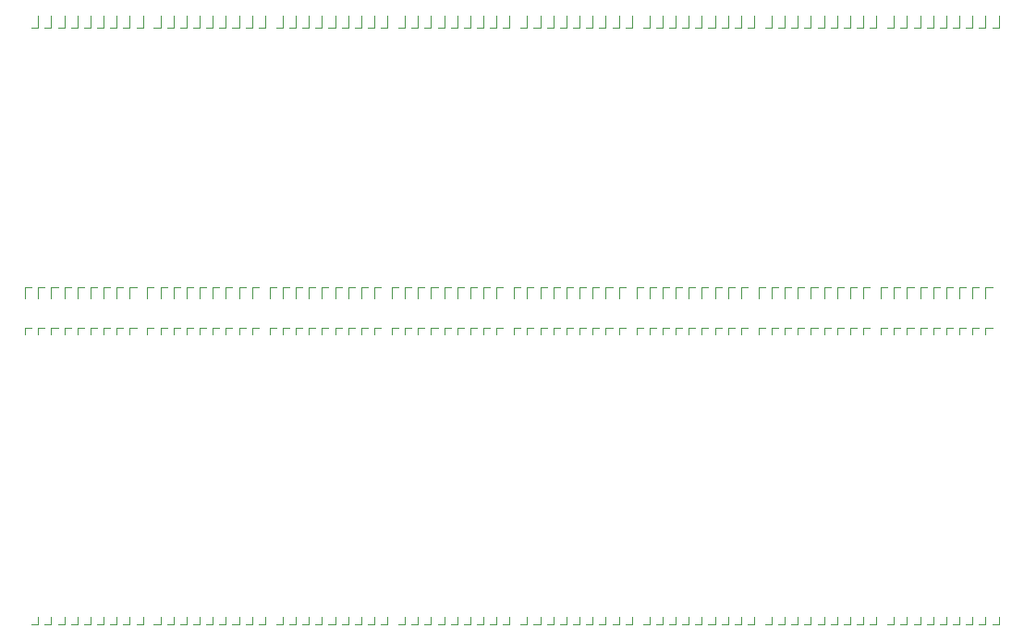
<source format=gbo>
G04 #@! TF.GenerationSoftware,KiCad,Pcbnew,(6.0.2-0)*
G04 #@! TF.CreationDate,2022-08-25T13:36:14+02:00*
G04 #@! TF.ProjectId,nixie,6e697869-652e-46b6-9963-61645f706362,rev?*
G04 #@! TF.SameCoordinates,Original*
G04 #@! TF.FileFunction,Legend,Bot*
G04 #@! TF.FilePolarity,Positive*
%FSLAX46Y46*%
G04 Gerber Fmt 4.6, Leading zero omitted, Abs format (unit mm)*
G04 Created by KiCad (PCBNEW (6.0.2-0)) date 2022-08-25 13:36:14*
%MOMM*%
%LPD*%
G01*
G04 APERTURE LIST*
%ADD10C,0.120000*%
G04 APERTURE END LIST*
D10*
G04 #@! TO.C,CH124*
X101900000Y-70200000D02*
X101900000Y-69550000D01*
X101900000Y-70200000D02*
X101300000Y-70200000D01*
G04 #@! TO.C,CH52*
X57100000Y-70200000D02*
X56500000Y-70200000D01*
X57100000Y-70200000D02*
X57100000Y-69550000D01*
G04 #@! TO.C,CH27*
X26300000Y-43000000D02*
X26900000Y-43000000D01*
X26300000Y-43000000D02*
X26300000Y-43650000D01*
G04 #@! TO.C,CH83*
X73500000Y-70200000D02*
X73500000Y-69550000D01*
X73500000Y-70200000D02*
X72900000Y-70200000D01*
G04 #@! TO.C,CH77*
X65900000Y-70200000D02*
X65900000Y-69550000D01*
X65900000Y-70200000D02*
X65300000Y-70200000D01*
G04 #@! TO.C,CH75*
X63500000Y-70200000D02*
X62900000Y-70200000D01*
X63500000Y-70200000D02*
X63500000Y-69550000D01*
G04 #@! TO.C,CH62*
X49900000Y-43000000D02*
X50500000Y-43000000D01*
X49900000Y-43000000D02*
X49900000Y-43650000D01*
G04 #@! TO.C,CH117*
X93100000Y-70200000D02*
X92500000Y-70200000D01*
X93100000Y-70200000D02*
X93100000Y-69550000D01*
G04 #@! TO.C,CH118*
X94700000Y-70200000D02*
X94100000Y-70200000D01*
X94700000Y-70200000D02*
X94700000Y-69550000D01*
G04 #@! TO.C,CH11*
X28700000Y-70200000D02*
X28100000Y-70200000D01*
X28700000Y-70200000D02*
X28700000Y-69550000D01*
G04 #@! TO.C,CH36*
X15100000Y-43000000D02*
X15700000Y-43000000D01*
X15100000Y-43000000D02*
X15100000Y-43650000D01*
G04 #@! TO.C,CH54*
X59500000Y-70200000D02*
X58900000Y-70200000D01*
X59500000Y-70200000D02*
X59500000Y-69550000D01*
G04 #@! TO.C,CH84*
X74700000Y-70200000D02*
X74100000Y-70200000D01*
X74700000Y-70200000D02*
X74700000Y-69550000D01*
G04 #@! TO.C,CH87*
X78300000Y-70200000D02*
X77700000Y-70200000D01*
X78300000Y-70200000D02*
X78300000Y-69550000D01*
G04 #@! TO.C,CH107*
X61100000Y-43000000D02*
X61100000Y-43650000D01*
X61100000Y-43000000D02*
X61700000Y-43000000D01*
G04 #@! TO.C,CH40*
X42300000Y-70200000D02*
X42300000Y-69550000D01*
X42300000Y-70200000D02*
X41700000Y-70200000D01*
G04 #@! TO.C,CH81*
X70700000Y-70200000D02*
X70100000Y-70200000D01*
X70700000Y-70200000D02*
X70700000Y-69550000D01*
G04 #@! TO.C,CH132*
X97100000Y-43000000D02*
X97100000Y-43650000D01*
X97100000Y-43000000D02*
X97700000Y-43000000D01*
G04 #@! TO.C,CH122*
X99500000Y-70200000D02*
X99500000Y-69550000D01*
X99500000Y-70200000D02*
X98900000Y-70200000D01*
G04 #@! TO.C,CH37*
X38700000Y-70200000D02*
X38100000Y-70200000D01*
X38700000Y-70200000D02*
X38700000Y-69550000D01*
G04 #@! TO.C,CH28*
X24700000Y-43000000D02*
X25300000Y-43000000D01*
X24700000Y-43000000D02*
X24700000Y-43650000D01*
G04 #@! TO.C,CH48*
X52300000Y-70200000D02*
X51700000Y-70200000D01*
X52300000Y-70200000D02*
X52300000Y-69550000D01*
G04 #@! TO.C,CH105*
X63500000Y-43000000D02*
X63500000Y-43650000D01*
X63500000Y-43000000D02*
X64100000Y-43000000D01*
G04 #@! TO.C,CH131*
X98300000Y-43000000D02*
X98900000Y-43000000D01*
X98300000Y-43000000D02*
X98300000Y-43650000D01*
G04 #@! TO.C,CH57*
X55900000Y-43000000D02*
X55900000Y-43650000D01*
X55900000Y-43000000D02*
X56500000Y-43000000D01*
G04 #@! TO.C,CH98*
X72300000Y-43000000D02*
X72300000Y-43650000D01*
X72300000Y-43000000D02*
X72900000Y-43000000D01*
G04 #@! TO.C,CH73*
X61100000Y-70200000D02*
X61100000Y-69550000D01*
X61100000Y-70200000D02*
X60500000Y-70200000D01*
G04 #@! TO.C,CH92*
X79500000Y-43000000D02*
X79500000Y-43650000D01*
X79500000Y-43000000D02*
X80100000Y-43000000D01*
G04 #@! TO.C,CH31*
X21100000Y-43000000D02*
X21700000Y-43000000D01*
X21100000Y-43000000D02*
X21100000Y-43650000D01*
G04 #@! TO.C,CH38*
X39900000Y-70200000D02*
X39300000Y-70200000D01*
X39900000Y-70200000D02*
X39900000Y-69550000D01*
G04 #@! TO.C,CH103*
X65900000Y-43000000D02*
X65900000Y-43650000D01*
X65900000Y-43000000D02*
X66500000Y-43000000D01*
G04 #@! TO.C,CH106*
X62300000Y-43000000D02*
X62300000Y-43650000D01*
X62300000Y-43000000D02*
X62900000Y-43000000D01*
G04 #@! TO.C,CH5*
X21100000Y-70200000D02*
X21100000Y-69550000D01*
X21100000Y-70200000D02*
X20500000Y-70200000D01*
G04 #@! TO.C,CH82*
X72300000Y-70200000D02*
X71700000Y-70200000D01*
X72300000Y-70200000D02*
X72300000Y-69550000D01*
G04 #@! TO.C,CH9*
X25900000Y-70200000D02*
X25300000Y-70200000D01*
X25900000Y-70200000D02*
X25900000Y-69550000D01*
G04 #@! TO.C,CH89*
X80700000Y-70200000D02*
X80100000Y-70200000D01*
X80700000Y-70200000D02*
X80700000Y-69550000D01*
G04 #@! TO.C,CH126*
X104300000Y-70200000D02*
X103700000Y-70200000D01*
X104300000Y-70200000D02*
X104300000Y-69550000D01*
G04 #@! TO.C,CH7*
X23500000Y-70200000D02*
X22900000Y-70200000D01*
X23500000Y-70200000D02*
X23500000Y-69550000D01*
G04 #@! TO.C,CH13*
X31100000Y-70200000D02*
X30500000Y-70200000D01*
X31100000Y-70200000D02*
X31100000Y-69550000D01*
G04 #@! TO.C,CH86*
X77100000Y-70200000D02*
X76500000Y-70200000D01*
X77100000Y-70200000D02*
X77100000Y-69550000D01*
G04 #@! TO.C,CH95*
X75900000Y-43000000D02*
X75900000Y-43650000D01*
X75900000Y-43000000D02*
X76500000Y-43000000D01*
G04 #@! TO.C,CH19*
X35900000Y-43000000D02*
X35900000Y-43650000D01*
X35900000Y-43000000D02*
X36500000Y-43000000D01*
G04 #@! TO.C,CH25*
X28700000Y-43000000D02*
X29300000Y-43000000D01*
X28700000Y-43000000D02*
X28700000Y-43650000D01*
G04 #@! TO.C,CH137*
X90700000Y-43000000D02*
X91300000Y-43000000D01*
X90700000Y-43000000D02*
X90700000Y-43650000D01*
G04 #@! TO.C,CH12*
X29900000Y-70200000D02*
X29900000Y-69550000D01*
X29900000Y-70200000D02*
X29300000Y-70200000D01*
G04 #@! TO.C,CH76*
X64700000Y-70200000D02*
X64700000Y-69550000D01*
X64700000Y-70200000D02*
X64100000Y-70200000D01*
G04 #@! TO.C,CH80*
X69500000Y-70200000D02*
X69500000Y-69550000D01*
X69500000Y-70200000D02*
X68900000Y-70200000D01*
G04 #@! TO.C,CH29*
X23500000Y-43000000D02*
X24100000Y-43000000D01*
X23500000Y-43000000D02*
X23500000Y-43650000D01*
G04 #@! TO.C,CH115*
X90700000Y-70200000D02*
X90700000Y-69550000D01*
X90700000Y-70200000D02*
X90100000Y-70200000D01*
G04 #@! TO.C,CH135*
X93500000Y-43000000D02*
X93500000Y-43650000D01*
X93500000Y-43000000D02*
X94100000Y-43000000D01*
G04 #@! TO.C,CH26*
X27500000Y-43000000D02*
X27500000Y-43650000D01*
X27500000Y-43000000D02*
X28100000Y-43000000D01*
G04 #@! TO.C,CH20*
X34700000Y-43000000D02*
X34700000Y-43650000D01*
X34700000Y-43000000D02*
X35300000Y-43000000D01*
G04 #@! TO.C,CH2*
X17500000Y-70200000D02*
X16900000Y-70200000D01*
X17500000Y-70200000D02*
X17500000Y-69550000D01*
G04 #@! TO.C,CH119*
X95900000Y-70200000D02*
X95300000Y-70200000D01*
X95900000Y-70200000D02*
X95900000Y-69550000D01*
G04 #@! TO.C,CH61*
X51100000Y-43000000D02*
X51100000Y-43650000D01*
X51100000Y-43000000D02*
X51700000Y-43000000D01*
G04 #@! TO.C,CH133*
X95900000Y-43000000D02*
X95900000Y-43650000D01*
X95900000Y-43000000D02*
X96500000Y-43000000D01*
G04 #@! TO.C,CH79*
X68300000Y-70200000D02*
X68300000Y-69550000D01*
X68300000Y-70200000D02*
X67700000Y-70200000D01*
G04 #@! TO.C,CH63*
X48700000Y-43000000D02*
X49300000Y-43000000D01*
X48700000Y-43000000D02*
X48700000Y-43650000D01*
G04 #@! TO.C,CH53*
X58300000Y-70200000D02*
X58300000Y-69550000D01*
X58300000Y-70200000D02*
X57700000Y-70200000D01*
G04 #@! TO.C,CH41*
X43500000Y-70200000D02*
X42900000Y-70200000D01*
X43500000Y-70200000D02*
X43500000Y-69550000D01*
G04 #@! TO.C,CH21*
X33500000Y-43000000D02*
X33500000Y-43650000D01*
X33500000Y-43000000D02*
X34100000Y-43000000D01*
G04 #@! TO.C,CH65*
X45900000Y-43000000D02*
X45900000Y-43650000D01*
X45900000Y-43000000D02*
X46500000Y-43000000D01*
G04 #@! TO.C,CH104*
X64700000Y-43000000D02*
X65300000Y-43000000D01*
X64700000Y-43000000D02*
X64700000Y-43650000D01*
G04 #@! TO.C,CH47*
X51100000Y-70200000D02*
X51100000Y-69550000D01*
X51100000Y-70200000D02*
X50500000Y-70200000D01*
G04 #@! TO.C,CH102*
X67100000Y-43000000D02*
X67100000Y-43650000D01*
X67100000Y-43000000D02*
X67700000Y-43000000D01*
G04 #@! TO.C,CH23*
X31100000Y-43000000D02*
X31100000Y-43650000D01*
X31100000Y-43000000D02*
X31700000Y-43000000D01*
G04 #@! TO.C,CH46*
X49900000Y-70200000D02*
X49300000Y-70200000D01*
X49900000Y-70200000D02*
X49900000Y-69550000D01*
G04 #@! TO.C,CH111*
X85900000Y-70200000D02*
X85900000Y-69550000D01*
X85900000Y-70200000D02*
X85300000Y-70200000D01*
G04 #@! TO.C,CH64*
X47100000Y-43000000D02*
X47100000Y-43650000D01*
X47100000Y-43000000D02*
X47700000Y-43000000D01*
G04 #@! TO.C,CH93*
X78300000Y-43000000D02*
X78300000Y-43650000D01*
X78300000Y-43000000D02*
X78900000Y-43000000D01*
G04 #@! TO.C,CH134*
X94700000Y-43000000D02*
X95300000Y-43000000D01*
X94700000Y-43000000D02*
X94700000Y-43650000D01*
G04 #@! TO.C,CH116*
X91900000Y-70200000D02*
X91300000Y-70200000D01*
X91900000Y-70200000D02*
X91900000Y-69550000D01*
G04 #@! TO.C,CH17*
X35900000Y-70200000D02*
X35300000Y-70200000D01*
X35900000Y-70200000D02*
X35900000Y-69550000D01*
G04 #@! TO.C,CH74*
X62300000Y-70200000D02*
X61700000Y-70200000D01*
X62300000Y-70200000D02*
X62300000Y-69550000D01*
G04 #@! TO.C,CH59*
X53500000Y-43000000D02*
X53500000Y-43650000D01*
X53500000Y-43000000D02*
X54100000Y-43000000D01*
G04 #@! TO.C,CH97*
X73500000Y-43000000D02*
X74100000Y-43000000D01*
X73500000Y-43000000D02*
X73500000Y-43650000D01*
G04 #@! TO.C,CH100*
X69500000Y-43000000D02*
X69500000Y-43650000D01*
X69500000Y-43000000D02*
X70100000Y-43000000D01*
G04 #@! TO.C,CH30*
X22300000Y-43000000D02*
X22900000Y-43000000D01*
X22300000Y-43000000D02*
X22300000Y-43650000D01*
G04 #@! TO.C,CH42*
X44700000Y-70200000D02*
X44700000Y-69550000D01*
X44700000Y-70200000D02*
X44100000Y-70200000D01*
G04 #@! TO.C,CH125*
X103100000Y-70200000D02*
X102500000Y-70200000D01*
X103100000Y-70200000D02*
X103100000Y-69550000D01*
G04 #@! TO.C,CH90*
X81900000Y-70200000D02*
X81300000Y-70200000D01*
X81900000Y-70200000D02*
X81900000Y-69550000D01*
G04 #@! TO.C,CH108*
X59900000Y-43000000D02*
X59900000Y-43650000D01*
X59900000Y-43000000D02*
X60500000Y-43000000D01*
G04 #@! TO.C,CH49*
X53500000Y-70200000D02*
X52900000Y-70200000D01*
X53500000Y-70200000D02*
X53500000Y-69550000D01*
G04 #@! TO.C,CH6*
X22300000Y-70200000D02*
X21700000Y-70200000D01*
X22300000Y-70200000D02*
X22300000Y-69550000D01*
G04 #@! TO.C,CH109*
X83500000Y-70200000D02*
X83500000Y-69550000D01*
X83500000Y-70200000D02*
X82900000Y-70200000D01*
G04 #@! TO.C,CH144*
X82300000Y-43000000D02*
X82900000Y-43000000D01*
X82300000Y-43000000D02*
X82300000Y-43650000D01*
G04 #@! TO.C,CH68*
X42300000Y-43000000D02*
X42900000Y-43000000D01*
X42300000Y-43000000D02*
X42300000Y-43650000D01*
G04 #@! TO.C,CH39*
X41100000Y-70200000D02*
X41100000Y-69550000D01*
X41100000Y-70200000D02*
X40500000Y-70200000D01*
G04 #@! TO.C,CH78*
X67100000Y-70200000D02*
X66500000Y-70200000D01*
X67100000Y-70200000D02*
X67100000Y-69550000D01*
G04 #@! TO.C,CH33*
X18700000Y-43000000D02*
X18700000Y-43650000D01*
X18700000Y-43000000D02*
X19300000Y-43000000D01*
G04 #@! TO.C,CH70*
X39900000Y-43000000D02*
X40500000Y-43000000D01*
X39900000Y-43000000D02*
X39900000Y-43650000D01*
G04 #@! TO.C,CH140*
X87100000Y-43000000D02*
X87100000Y-43650000D01*
X87100000Y-43000000D02*
X87700000Y-43000000D01*
G04 #@! TO.C,CH136*
X91900000Y-43000000D02*
X91900000Y-43650000D01*
X91900000Y-43000000D02*
X92500000Y-43000000D01*
G04 #@! TO.C,CH113*
X88300000Y-70200000D02*
X87700000Y-70200000D01*
X88300000Y-70200000D02*
X88300000Y-69550000D01*
G04 #@! TO.C,CH69*
X41100000Y-43000000D02*
X41700000Y-43000000D01*
X41100000Y-43000000D02*
X41100000Y-43650000D01*
G04 #@! TO.C,CH1*
X16300000Y-70200000D02*
X15700000Y-70200000D01*
X16300000Y-70200000D02*
X16300000Y-69550000D01*
G04 #@! TO.C,CH16*
X34700000Y-70200000D02*
X34100000Y-70200000D01*
X34700000Y-70200000D02*
X34700000Y-69550000D01*
G04 #@! TO.C,CH139*
X88300000Y-43000000D02*
X88900000Y-43000000D01*
X88300000Y-43000000D02*
X88300000Y-43650000D01*
G04 #@! TO.C,CH44*
X47100000Y-70200000D02*
X46500000Y-70200000D01*
X47100000Y-70200000D02*
X47100000Y-69550000D01*
G04 #@! TO.C,CH3*
X18700000Y-70200000D02*
X18100000Y-70200000D01*
X18700000Y-70200000D02*
X18700000Y-69550000D01*
G04 #@! TO.C,CH138*
X89500000Y-43000000D02*
X89500000Y-43650000D01*
X89500000Y-43000000D02*
X90100000Y-43000000D01*
G04 #@! TO.C,CH45*
X48300000Y-70200000D02*
X47700000Y-70200000D01*
X48300000Y-70200000D02*
X48300000Y-69550000D01*
G04 #@! TO.C,CH18*
X37100000Y-70200000D02*
X37100000Y-69550000D01*
X37100000Y-70200000D02*
X36500000Y-70200000D01*
G04 #@! TO.C,CH141*
X85900000Y-43000000D02*
X86500000Y-43000000D01*
X85900000Y-43000000D02*
X85900000Y-43650000D01*
G04 #@! TO.C,CH85*
X75900000Y-70200000D02*
X75300000Y-70200000D01*
X75900000Y-70200000D02*
X75900000Y-69550000D01*
G04 #@! TO.C,CH120*
X97100000Y-70200000D02*
X97100000Y-69550000D01*
X97100000Y-70200000D02*
X96500000Y-70200000D01*
G04 #@! TO.C,CH101*
X68300000Y-43000000D02*
X68900000Y-43000000D01*
X68300000Y-43000000D02*
X68300000Y-43650000D01*
G04 #@! TO.C,CH110*
X84700000Y-70200000D02*
X84700000Y-69550000D01*
X84700000Y-70200000D02*
X84100000Y-70200000D01*
G04 #@! TO.C,CH24*
X29900000Y-43000000D02*
X29900000Y-43650000D01*
X29900000Y-43000000D02*
X30500000Y-43000000D01*
G04 #@! TO.C,CH35*
X16300000Y-43000000D02*
X16900000Y-43000000D01*
X16300000Y-43000000D02*
X16300000Y-43650000D01*
G04 #@! TO.C,CH121*
X98300000Y-70200000D02*
X97700000Y-70200000D01*
X98300000Y-70200000D02*
X98300000Y-69550000D01*
G04 #@! TO.C,CH56*
X57100000Y-43000000D02*
X57100000Y-43650000D01*
X57100000Y-43000000D02*
X57700000Y-43000000D01*
G04 #@! TO.C,CH60*
X52300000Y-43000000D02*
X52900000Y-43000000D01*
X52300000Y-43000000D02*
X52300000Y-43650000D01*
G04 #@! TO.C,CH50*
X54700000Y-70200000D02*
X54700000Y-69550000D01*
X54700000Y-70200000D02*
X54100000Y-70200000D01*
G04 #@! TO.C,CH4*
X19900000Y-70200000D02*
X19300000Y-70200000D01*
X19900000Y-70200000D02*
X19900000Y-69550000D01*
G04 #@! TO.C,CH128*
X101900000Y-43000000D02*
X102500000Y-43000000D01*
X101900000Y-43000000D02*
X101900000Y-43650000D01*
G04 #@! TO.C,CH10*
X27500000Y-70200000D02*
X26900000Y-70200000D01*
X27500000Y-70200000D02*
X27500000Y-69550000D01*
G04 #@! TO.C,CH34*
X17500000Y-43000000D02*
X17500000Y-43650000D01*
X17500000Y-43000000D02*
X18100000Y-43000000D01*
G04 #@! TO.C,CH123*
X100700000Y-70200000D02*
X100100000Y-70200000D01*
X100700000Y-70200000D02*
X100700000Y-69550000D01*
G04 #@! TO.C,CH43*
X45900000Y-70200000D02*
X45900000Y-69550000D01*
X45900000Y-70200000D02*
X45300000Y-70200000D01*
G04 #@! TO.C,CH114*
X89500000Y-70200000D02*
X89500000Y-69550000D01*
X89500000Y-70200000D02*
X88900000Y-70200000D01*
G04 #@! TO.C,CH8*
X24700000Y-70200000D02*
X24700000Y-69550000D01*
X24700000Y-70200000D02*
X24100000Y-70200000D01*
G04 #@! TO.C,CH51*
X55900000Y-70200000D02*
X55900000Y-69550000D01*
X55900000Y-70200000D02*
X55300000Y-70200000D01*
G04 #@! TO.C,CH91*
X80700000Y-43000000D02*
X80700000Y-43650000D01*
X80700000Y-43000000D02*
X81300000Y-43000000D01*
G04 #@! TO.C,CH72*
X37500000Y-43000000D02*
X37500000Y-43650000D01*
X37500000Y-43000000D02*
X38100000Y-43000000D01*
G04 #@! TO.C,CH22*
X32300000Y-43000000D02*
X32300000Y-43650000D01*
X32300000Y-43000000D02*
X32900000Y-43000000D01*
G04 #@! TO.C,CH142*
X84700000Y-43000000D02*
X84700000Y-43650000D01*
X84700000Y-43000000D02*
X85300000Y-43000000D01*
G04 #@! TO.C,CH55*
X58300000Y-43000000D02*
X58300000Y-43650000D01*
X58300000Y-43000000D02*
X58900000Y-43000000D01*
G04 #@! TO.C,CH96*
X74700000Y-43000000D02*
X74700000Y-43650000D01*
X74700000Y-43000000D02*
X75300000Y-43000000D01*
G04 #@! TO.C,CH14*
X32300000Y-70200000D02*
X31700000Y-70200000D01*
X32300000Y-70200000D02*
X32300000Y-69550000D01*
G04 #@! TO.C,CH71*
X38700000Y-43000000D02*
X38700000Y-43650000D01*
X38700000Y-43000000D02*
X39300000Y-43000000D01*
G04 #@! TO.C,CH99*
X71100000Y-43000000D02*
X71700000Y-43000000D01*
X71100000Y-43000000D02*
X71100000Y-43650000D01*
G04 #@! TO.C,CH127*
X103100000Y-43000000D02*
X103700000Y-43000000D01*
X103100000Y-43000000D02*
X103100000Y-43650000D01*
G04 #@! TO.C,CH32*
X19900000Y-43000000D02*
X19900000Y-43650000D01*
X19900000Y-43000000D02*
X20500000Y-43000000D01*
G04 #@! TO.C,CH143*
X83500000Y-43000000D02*
X83500000Y-43650000D01*
X83500000Y-43000000D02*
X84100000Y-43000000D01*
G04 #@! TO.C,CH94*
X77100000Y-43000000D02*
X77700000Y-43000000D01*
X77100000Y-43000000D02*
X77100000Y-43650000D01*
G04 #@! TO.C,CH58*
X54700000Y-43000000D02*
X54700000Y-43650000D01*
X54700000Y-43000000D02*
X55300000Y-43000000D01*
G04 #@! TO.C,CH129*
X100700000Y-43000000D02*
X100700000Y-43650000D01*
X100700000Y-43000000D02*
X101300000Y-43000000D01*
G04 #@! TO.C,CH130*
X99500000Y-43000000D02*
X99500000Y-43650000D01*
X99500000Y-43000000D02*
X100100000Y-43000000D01*
G04 #@! TO.C,CH15*
X33500000Y-70200000D02*
X32900000Y-70200000D01*
X33500000Y-70200000D02*
X33500000Y-69550000D01*
G04 #@! TO.C,CH88*
X79500000Y-70200000D02*
X78900000Y-70200000D01*
X79500000Y-70200000D02*
X79500000Y-69550000D01*
G04 #@! TO.C,CH112*
X87100000Y-70200000D02*
X86500000Y-70200000D01*
X87100000Y-70200000D02*
X87100000Y-69550000D01*
G04 #@! TO.C,CH66*
X44700000Y-43000000D02*
X44700000Y-43650000D01*
X44700000Y-43000000D02*
X45300000Y-43000000D01*
G04 #@! TO.C,CH67*
X43500000Y-43000000D02*
X44100000Y-43000000D01*
X43500000Y-43000000D02*
X43500000Y-43650000D01*
G04 #@! TO.C,CP64*
X47100000Y-39300000D02*
X47100000Y-40350000D01*
X47700000Y-39300000D02*
X47100000Y-39300000D01*
G04 #@! TO.C,CP104*
X64700000Y-39300000D02*
X64700000Y-40350000D01*
X65300000Y-39300000D02*
X64700000Y-39300000D01*
G04 #@! TO.C,CP142*
X85300000Y-39300000D02*
X84700000Y-39300000D01*
X84700000Y-39300000D02*
X84700000Y-40350000D01*
G04 #@! TO.C,CP12*
X29900000Y-15500000D02*
X29900000Y-14450000D01*
X29300000Y-15500000D02*
X29900000Y-15500000D01*
G04 #@! TO.C,CP4*
X19900000Y-15500000D02*
X19900000Y-14450000D01*
X19300000Y-15500000D02*
X19900000Y-15500000D01*
G04 #@! TO.C,CP32*
X19900000Y-39300000D02*
X19900000Y-40350000D01*
X20500000Y-39300000D02*
X19900000Y-39300000D01*
G04 #@! TO.C,CP126*
X104300000Y-15500000D02*
X104300000Y-14450000D01*
X103700000Y-15500000D02*
X104300000Y-15500000D01*
G04 #@! TO.C,CP35*
X16900000Y-39300000D02*
X16300000Y-39300000D01*
X16300000Y-39300000D02*
X16300000Y-40350000D01*
G04 #@! TO.C,CP85*
X75300000Y-15500000D02*
X75900000Y-15500000D01*
X75900000Y-15500000D02*
X75900000Y-14450000D01*
G04 #@! TO.C,CP106*
X62300000Y-39300000D02*
X62300000Y-40350000D01*
X62900000Y-39300000D02*
X62300000Y-39300000D01*
G04 #@! TO.C,CP130*
X100100000Y-39300000D02*
X99500000Y-39300000D01*
X99500000Y-39300000D02*
X99500000Y-40350000D01*
G04 #@! TO.C,CP49*
X52900000Y-15500000D02*
X53500000Y-15500000D01*
X53500000Y-15500000D02*
X53500000Y-14450000D01*
G04 #@! TO.C,CP1*
X16300000Y-15500000D02*
X16300000Y-14450000D01*
X15700000Y-15500000D02*
X16300000Y-15500000D01*
G04 #@! TO.C,CP47*
X51100000Y-15500000D02*
X51100000Y-14450000D01*
X50500000Y-15500000D02*
X51100000Y-15500000D01*
G04 #@! TO.C,CP101*
X68300000Y-39300000D02*
X68300000Y-40350000D01*
X68900000Y-39300000D02*
X68300000Y-39300000D01*
G04 #@! TO.C,CP73*
X60500000Y-15500000D02*
X61100000Y-15500000D01*
X61100000Y-15500000D02*
X61100000Y-14450000D01*
G04 #@! TO.C,CP43*
X45900000Y-15500000D02*
X45900000Y-14450000D01*
X45300000Y-15500000D02*
X45900000Y-15500000D01*
G04 #@! TO.C,CP102*
X67100000Y-39300000D02*
X67100000Y-40350000D01*
X67700000Y-39300000D02*
X67100000Y-39300000D01*
G04 #@! TO.C,CP139*
X88900000Y-39300000D02*
X88300000Y-39300000D01*
X88300000Y-39300000D02*
X88300000Y-40350000D01*
G04 #@! TO.C,CP138*
X89500000Y-39300000D02*
X89500000Y-40350000D01*
X90100000Y-39300000D02*
X89500000Y-39300000D01*
G04 #@! TO.C,CP140*
X87100000Y-39300000D02*
X87100000Y-40350000D01*
X87700000Y-39300000D02*
X87100000Y-39300000D01*
G04 #@! TO.C,CP97*
X73500000Y-39300000D02*
X73500000Y-40350000D01*
X74100000Y-39300000D02*
X73500000Y-39300000D01*
G04 #@! TO.C,CP127*
X103700000Y-39300000D02*
X103100000Y-39300000D01*
X103100000Y-39300000D02*
X103100000Y-40350000D01*
G04 #@! TO.C,CP122*
X98900000Y-15500000D02*
X99500000Y-15500000D01*
X99500000Y-15500000D02*
X99500000Y-14450000D01*
G04 #@! TO.C,CP40*
X42300000Y-15500000D02*
X42300000Y-14450000D01*
X41700000Y-15500000D02*
X42300000Y-15500000D01*
G04 #@! TO.C,CP7*
X22900000Y-15500000D02*
X23500000Y-15500000D01*
X23500000Y-15500000D02*
X23500000Y-14450000D01*
G04 #@! TO.C,CP131*
X98900000Y-39300000D02*
X98300000Y-39300000D01*
X98300000Y-39300000D02*
X98300000Y-40350000D01*
G04 #@! TO.C,CP29*
X23500000Y-39300000D02*
X23500000Y-40350000D01*
X24100000Y-39300000D02*
X23500000Y-39300000D01*
G04 #@! TO.C,CP37*
X38100000Y-15500000D02*
X38700000Y-15500000D01*
X38700000Y-15500000D02*
X38700000Y-14450000D01*
G04 #@! TO.C,CP81*
X70100000Y-15500000D02*
X70700000Y-15500000D01*
X70700000Y-15500000D02*
X70700000Y-14450000D01*
G04 #@! TO.C,CP45*
X47700000Y-15500000D02*
X48300000Y-15500000D01*
X48300000Y-15500000D02*
X48300000Y-14450000D01*
G04 #@! TO.C,CP28*
X24700000Y-39300000D02*
X24700000Y-40350000D01*
X25300000Y-39300000D02*
X24700000Y-39300000D01*
G04 #@! TO.C,CP129*
X101300000Y-39300000D02*
X100700000Y-39300000D01*
X100700000Y-39300000D02*
X100700000Y-40350000D01*
G04 #@! TO.C,CP86*
X77100000Y-15500000D02*
X77100000Y-14450000D01*
X76500000Y-15500000D02*
X77100000Y-15500000D01*
G04 #@! TO.C,CP76*
X64700000Y-15500000D02*
X64700000Y-14450000D01*
X64100000Y-15500000D02*
X64700000Y-15500000D01*
G04 #@! TO.C,CP77*
X65300000Y-15500000D02*
X65900000Y-15500000D01*
X65900000Y-15500000D02*
X65900000Y-14450000D01*
G04 #@! TO.C,CP116*
X91300000Y-15500000D02*
X91900000Y-15500000D01*
X91900000Y-15500000D02*
X91900000Y-14450000D01*
G04 #@! TO.C,CP120*
X96500000Y-15500000D02*
X97100000Y-15500000D01*
X97100000Y-15500000D02*
X97100000Y-14450000D01*
G04 #@! TO.C,CP100*
X69500000Y-39300000D02*
X69500000Y-40350000D01*
X70100000Y-39300000D02*
X69500000Y-39300000D01*
G04 #@! TO.C,CP39*
X40500000Y-15500000D02*
X41100000Y-15500000D01*
X41100000Y-15500000D02*
X41100000Y-14450000D01*
G04 #@! TO.C,CP132*
X97700000Y-39300000D02*
X97100000Y-39300000D01*
X97100000Y-39300000D02*
X97100000Y-40350000D01*
G04 #@! TO.C,CP31*
X21700000Y-39300000D02*
X21100000Y-39300000D01*
X21100000Y-39300000D02*
X21100000Y-40350000D01*
G04 #@! TO.C,CP71*
X39300000Y-39300000D02*
X38700000Y-39300000D01*
X38700000Y-39300000D02*
X38700000Y-40350000D01*
G04 #@! TO.C,CP56*
X57100000Y-39300000D02*
X57100000Y-40350000D01*
X57700000Y-39300000D02*
X57100000Y-39300000D01*
G04 #@! TO.C,CP110*
X84100000Y-15500000D02*
X84700000Y-15500000D01*
X84700000Y-15500000D02*
X84700000Y-14450000D01*
G04 #@! TO.C,CP135*
X93500000Y-39300000D02*
X93500000Y-40350000D01*
X94100000Y-39300000D02*
X93500000Y-39300000D01*
G04 #@! TO.C,CP96*
X74700000Y-39300000D02*
X74700000Y-40350000D01*
X75300000Y-39300000D02*
X74700000Y-39300000D01*
G04 #@! TO.C,CP20*
X34700000Y-39300000D02*
X34700000Y-40350000D01*
X35300000Y-39300000D02*
X34700000Y-39300000D01*
G04 #@! TO.C,CP107*
X61100000Y-39300000D02*
X61100000Y-40350000D01*
X61700000Y-39300000D02*
X61100000Y-39300000D01*
G04 #@! TO.C,CP27*
X26900000Y-39300000D02*
X26300000Y-39300000D01*
X26300000Y-39300000D02*
X26300000Y-40350000D01*
G04 #@! TO.C,CP143*
X84100000Y-39300000D02*
X83500000Y-39300000D01*
X83500000Y-39300000D02*
X83500000Y-40350000D01*
G04 #@! TO.C,CP79*
X67700000Y-15500000D02*
X68300000Y-15500000D01*
X68300000Y-15500000D02*
X68300000Y-14450000D01*
G04 #@! TO.C,CP83*
X72900000Y-15500000D02*
X73500000Y-15500000D01*
X73500000Y-15500000D02*
X73500000Y-14450000D01*
G04 #@! TO.C,CP103*
X65900000Y-39300000D02*
X65900000Y-40350000D01*
X66500000Y-39300000D02*
X65900000Y-39300000D01*
G04 #@! TO.C,CP113*
X88300000Y-15500000D02*
X88300000Y-14450000D01*
X87700000Y-15500000D02*
X88300000Y-15500000D01*
G04 #@! TO.C,CP105*
X64100000Y-39300000D02*
X63500000Y-39300000D01*
X63500000Y-39300000D02*
X63500000Y-40350000D01*
G04 #@! TO.C,CP44*
X47100000Y-15500000D02*
X47100000Y-14450000D01*
X46500000Y-15500000D02*
X47100000Y-15500000D01*
G04 #@! TO.C,CP25*
X29300000Y-39300000D02*
X28700000Y-39300000D01*
X28700000Y-39300000D02*
X28700000Y-40350000D01*
G04 #@! TO.C,CP80*
X68900000Y-15500000D02*
X69500000Y-15500000D01*
X69500000Y-15500000D02*
X69500000Y-14450000D01*
G04 #@! TO.C,CP92*
X79500000Y-39300000D02*
X79500000Y-40350000D01*
X80100000Y-39300000D02*
X79500000Y-39300000D01*
G04 #@! TO.C,CP118*
X94700000Y-15500000D02*
X94700000Y-14450000D01*
X94100000Y-15500000D02*
X94700000Y-15500000D01*
G04 #@! TO.C,CP70*
X39900000Y-39300000D02*
X39900000Y-40350000D01*
X40500000Y-39300000D02*
X39900000Y-39300000D01*
G04 #@! TO.C,CP93*
X78900000Y-39300000D02*
X78300000Y-39300000D01*
X78300000Y-39300000D02*
X78300000Y-40350000D01*
G04 #@! TO.C,CP66*
X45300000Y-39300000D02*
X44700000Y-39300000D01*
X44700000Y-39300000D02*
X44700000Y-40350000D01*
G04 #@! TO.C,CP128*
X102500000Y-39300000D02*
X101900000Y-39300000D01*
X101900000Y-39300000D02*
X101900000Y-40350000D01*
G04 #@! TO.C,CP48*
X51700000Y-15500000D02*
X52300000Y-15500000D01*
X52300000Y-15500000D02*
X52300000Y-14450000D01*
G04 #@! TO.C,CP72*
X38100000Y-39300000D02*
X37500000Y-39300000D01*
X37500000Y-39300000D02*
X37500000Y-40350000D01*
G04 #@! TO.C,CP11*
X28700000Y-15500000D02*
X28700000Y-14450000D01*
X28100000Y-15500000D02*
X28700000Y-15500000D01*
G04 #@! TO.C,CP117*
X93100000Y-15500000D02*
X93100000Y-14450000D01*
X92500000Y-15500000D02*
X93100000Y-15500000D01*
G04 #@! TO.C,CP34*
X17500000Y-39300000D02*
X17500000Y-40350000D01*
X18100000Y-39300000D02*
X17500000Y-39300000D01*
G04 #@! TO.C,CP50*
X54700000Y-15500000D02*
X54700000Y-14450000D01*
X54100000Y-15500000D02*
X54700000Y-15500000D01*
G04 #@! TO.C,CP21*
X34100000Y-39300000D02*
X33500000Y-39300000D01*
X33500000Y-39300000D02*
X33500000Y-40350000D01*
G04 #@! TO.C,CP125*
X103100000Y-15500000D02*
X103100000Y-14450000D01*
X102500000Y-15500000D02*
X103100000Y-15500000D01*
G04 #@! TO.C,CP62*
X49900000Y-39300000D02*
X49900000Y-40350000D01*
X50500000Y-39300000D02*
X49900000Y-39300000D01*
G04 #@! TO.C,CP52*
X56500000Y-15500000D02*
X57100000Y-15500000D01*
X57100000Y-15500000D02*
X57100000Y-14450000D01*
G04 #@! TO.C,CP119*
X95900000Y-15500000D02*
X95900000Y-14450000D01*
X95300000Y-15500000D02*
X95900000Y-15500000D01*
G04 #@! TO.C,CP60*
X52300000Y-39300000D02*
X52300000Y-40350000D01*
X52900000Y-39300000D02*
X52300000Y-39300000D01*
G04 #@! TO.C,CP121*
X97700000Y-15500000D02*
X98300000Y-15500000D01*
X98300000Y-15500000D02*
X98300000Y-14450000D01*
G04 #@! TO.C,CP94*
X77100000Y-39300000D02*
X77100000Y-40350000D01*
X77700000Y-39300000D02*
X77100000Y-39300000D01*
G04 #@! TO.C,CP123*
X100700000Y-15500000D02*
X100700000Y-14450000D01*
X100100000Y-15500000D02*
X100700000Y-15500000D01*
G04 #@! TO.C,CP84*
X74700000Y-15500000D02*
X74700000Y-14450000D01*
X74100000Y-15500000D02*
X74700000Y-15500000D01*
G04 #@! TO.C,CP55*
X58900000Y-39300000D02*
X58300000Y-39300000D01*
X58300000Y-39300000D02*
X58300000Y-40350000D01*
G04 #@! TO.C,CP124*
X101300000Y-15500000D02*
X101900000Y-15500000D01*
X101900000Y-15500000D02*
X101900000Y-14450000D01*
G04 #@! TO.C,CP15*
X33500000Y-15500000D02*
X33500000Y-14450000D01*
X32900000Y-15500000D02*
X33500000Y-15500000D01*
G04 #@! TO.C,CP69*
X41100000Y-39300000D02*
X41100000Y-40350000D01*
X41700000Y-39300000D02*
X41100000Y-39300000D01*
G04 #@! TO.C,CP65*
X45900000Y-39300000D02*
X45900000Y-40350000D01*
X46500000Y-39300000D02*
X45900000Y-39300000D01*
G04 #@! TO.C,CP18*
X36500000Y-15500000D02*
X37100000Y-15500000D01*
X37100000Y-15500000D02*
X37100000Y-14450000D01*
G04 #@! TO.C,CP6*
X21700000Y-15500000D02*
X22300000Y-15500000D01*
X22300000Y-15500000D02*
X22300000Y-14450000D01*
G04 #@! TO.C,CP22*
X32300000Y-39300000D02*
X32300000Y-40350000D01*
X32900000Y-39300000D02*
X32300000Y-39300000D01*
G04 #@! TO.C,CP23*
X31700000Y-39300000D02*
X31100000Y-39300000D01*
X31100000Y-39300000D02*
X31100000Y-40350000D01*
G04 #@! TO.C,CP67*
X44100000Y-39300000D02*
X43500000Y-39300000D01*
X43500000Y-39300000D02*
X43500000Y-40350000D01*
G04 #@! TO.C,CP17*
X35300000Y-15500000D02*
X35900000Y-15500000D01*
X35900000Y-15500000D02*
X35900000Y-14450000D01*
G04 #@! TO.C,CP111*
X85900000Y-15500000D02*
X85900000Y-14450000D01*
X85300000Y-15500000D02*
X85900000Y-15500000D01*
G04 #@! TO.C,CP75*
X63500000Y-15500000D02*
X63500000Y-14450000D01*
X62900000Y-15500000D02*
X63500000Y-15500000D01*
G04 #@! TO.C,CP3*
X18100000Y-15500000D02*
X18700000Y-15500000D01*
X18700000Y-15500000D02*
X18700000Y-14450000D01*
G04 #@! TO.C,CP144*
X82300000Y-39300000D02*
X82300000Y-40350000D01*
X82900000Y-39300000D02*
X82300000Y-39300000D01*
G04 #@! TO.C,CP63*
X48700000Y-39300000D02*
X48700000Y-40350000D01*
X49300000Y-39300000D02*
X48700000Y-39300000D01*
G04 #@! TO.C,CP141*
X86500000Y-39300000D02*
X85900000Y-39300000D01*
X85900000Y-39300000D02*
X85900000Y-40350000D01*
G04 #@! TO.C,CP133*
X96500000Y-39300000D02*
X95900000Y-39300000D01*
X95900000Y-39300000D02*
X95900000Y-40350000D01*
G04 #@! TO.C,CP14*
X32300000Y-15500000D02*
X32300000Y-14450000D01*
X31700000Y-15500000D02*
X32300000Y-15500000D01*
G04 #@! TO.C,CP2*
X16900000Y-15500000D02*
X17500000Y-15500000D01*
X17500000Y-15500000D02*
X17500000Y-14450000D01*
G04 #@! TO.C,CP90*
X81900000Y-15500000D02*
X81900000Y-14450000D01*
X81300000Y-15500000D02*
X81900000Y-15500000D01*
G04 #@! TO.C,CP112*
X86500000Y-15500000D02*
X87100000Y-15500000D01*
X87100000Y-15500000D02*
X87100000Y-14450000D01*
G04 #@! TO.C,CP16*
X34700000Y-15500000D02*
X34700000Y-14450000D01*
X34100000Y-15500000D02*
X34700000Y-15500000D01*
G04 #@! TO.C,CP5*
X21100000Y-15500000D02*
X21100000Y-14450000D01*
X20500000Y-15500000D02*
X21100000Y-15500000D01*
G04 #@! TO.C,CP89*
X80700000Y-15500000D02*
X80700000Y-14450000D01*
X80100000Y-15500000D02*
X80700000Y-15500000D01*
G04 #@! TO.C,CP87*
X78300000Y-15500000D02*
X78300000Y-14450000D01*
X77700000Y-15500000D02*
X78300000Y-15500000D01*
G04 #@! TO.C,CP13*
X31100000Y-15500000D02*
X31100000Y-14450000D01*
X30500000Y-15500000D02*
X31100000Y-15500000D01*
G04 #@! TO.C,CP82*
X72300000Y-15500000D02*
X72300000Y-14450000D01*
X71700000Y-15500000D02*
X72300000Y-15500000D01*
G04 #@! TO.C,CP108*
X60500000Y-39300000D02*
X59900000Y-39300000D01*
X59900000Y-39300000D02*
X59900000Y-40350000D01*
G04 #@! TO.C,CP36*
X15700000Y-39300000D02*
X15100000Y-39300000D01*
X15100000Y-39300000D02*
X15100000Y-40350000D01*
G04 #@! TO.C,CP61*
X51700000Y-39300000D02*
X51100000Y-39300000D01*
X51100000Y-39300000D02*
X51100000Y-40350000D01*
G04 #@! TO.C,CP57*
X56500000Y-39300000D02*
X55900000Y-39300000D01*
X55900000Y-39300000D02*
X55900000Y-40350000D01*
G04 #@! TO.C,CP95*
X75900000Y-39300000D02*
X75900000Y-40350000D01*
X76500000Y-39300000D02*
X75900000Y-39300000D01*
G04 #@! TO.C,CP30*
X22300000Y-39300000D02*
X22300000Y-40350000D01*
X22900000Y-39300000D02*
X22300000Y-39300000D01*
G04 #@! TO.C,CP10*
X27500000Y-15500000D02*
X27500000Y-14450000D01*
X26900000Y-15500000D02*
X27500000Y-15500000D01*
G04 #@! TO.C,CP99*
X71700000Y-39300000D02*
X71100000Y-39300000D01*
X71100000Y-39300000D02*
X71100000Y-40350000D01*
G04 #@! TO.C,CP78*
X66500000Y-15500000D02*
X67100000Y-15500000D01*
X67100000Y-15500000D02*
X67100000Y-14450000D01*
G04 #@! TO.C,CP51*
X55900000Y-15500000D02*
X55900000Y-14450000D01*
X55300000Y-15500000D02*
X55900000Y-15500000D01*
G04 #@! TO.C,CP33*
X19300000Y-39300000D02*
X18700000Y-39300000D01*
X18700000Y-39300000D02*
X18700000Y-40350000D01*
G04 #@! TO.C,CP68*
X42900000Y-39300000D02*
X42300000Y-39300000D01*
X42300000Y-39300000D02*
X42300000Y-40350000D01*
G04 #@! TO.C,CP54*
X59500000Y-15500000D02*
X59500000Y-14450000D01*
X58900000Y-15500000D02*
X59500000Y-15500000D01*
G04 #@! TO.C,CP24*
X29900000Y-39300000D02*
X29900000Y-40350000D01*
X30500000Y-39300000D02*
X29900000Y-39300000D01*
G04 #@! TO.C,CP26*
X28100000Y-39300000D02*
X27500000Y-39300000D01*
X27500000Y-39300000D02*
X27500000Y-40350000D01*
G04 #@! TO.C,CP19*
X36500000Y-39300000D02*
X35900000Y-39300000D01*
X35900000Y-39300000D02*
X35900000Y-40350000D01*
G04 #@! TO.C,CP88*
X78900000Y-15500000D02*
X79500000Y-15500000D01*
X79500000Y-15500000D02*
X79500000Y-14450000D01*
G04 #@! TO.C,CP46*
X49900000Y-15500000D02*
X49900000Y-14450000D01*
X49300000Y-15500000D02*
X49900000Y-15500000D01*
G04 #@! TO.C,CP134*
X94700000Y-39300000D02*
X94700000Y-40350000D01*
X95300000Y-39300000D02*
X94700000Y-39300000D01*
G04 #@! TO.C,CP41*
X43500000Y-15500000D02*
X43500000Y-14450000D01*
X42900000Y-15500000D02*
X43500000Y-15500000D01*
G04 #@! TO.C,CP91*
X81300000Y-39300000D02*
X80700000Y-39300000D01*
X80700000Y-39300000D02*
X80700000Y-40350000D01*
G04 #@! TO.C,CP137*
X90700000Y-39300000D02*
X90700000Y-40350000D01*
X91300000Y-39300000D02*
X90700000Y-39300000D01*
G04 #@! TO.C,CP98*
X72900000Y-39300000D02*
X72300000Y-39300000D01*
X72300000Y-39300000D02*
X72300000Y-40350000D01*
G04 #@! TO.C,CP114*
X88900000Y-15500000D02*
X89500000Y-15500000D01*
X89500000Y-15500000D02*
X89500000Y-14450000D01*
G04 #@! TO.C,CP109*
X82900000Y-15500000D02*
X83500000Y-15500000D01*
X83500000Y-15500000D02*
X83500000Y-14450000D01*
G04 #@! TO.C,CP115*
X90100000Y-15500000D02*
X90700000Y-15500000D01*
X90700000Y-15500000D02*
X90700000Y-14450000D01*
G04 #@! TO.C,CP136*
X91900000Y-39300000D02*
X91900000Y-40350000D01*
X92500000Y-39300000D02*
X91900000Y-39300000D01*
G04 #@! TO.C,CP74*
X62300000Y-15500000D02*
X62300000Y-14450000D01*
X61700000Y-15500000D02*
X62300000Y-15500000D01*
G04 #@! TO.C,CP9*
X25900000Y-15500000D02*
X25900000Y-14450000D01*
X25300000Y-15500000D02*
X25900000Y-15500000D01*
G04 #@! TO.C,CP38*
X39900000Y-15500000D02*
X39900000Y-14450000D01*
X39300000Y-15500000D02*
X39900000Y-15500000D01*
G04 #@! TO.C,CP59*
X54100000Y-39300000D02*
X53500000Y-39300000D01*
X53500000Y-39300000D02*
X53500000Y-40350000D01*
G04 #@! TO.C,CP42*
X44700000Y-15500000D02*
X44700000Y-14450000D01*
X44100000Y-15500000D02*
X44700000Y-15500000D01*
G04 #@! TO.C,CP58*
X55300000Y-39300000D02*
X54700000Y-39300000D01*
X54700000Y-39300000D02*
X54700000Y-40350000D01*
G04 #@! TO.C,CP53*
X57700000Y-15500000D02*
X58300000Y-15500000D01*
X58300000Y-15500000D02*
X58300000Y-14450000D01*
G04 #@! TO.C,CP8*
X24700000Y-15500000D02*
X24700000Y-14450000D01*
X24100000Y-15500000D02*
X24700000Y-15500000D01*
G04 #@! TD*
M02*

</source>
